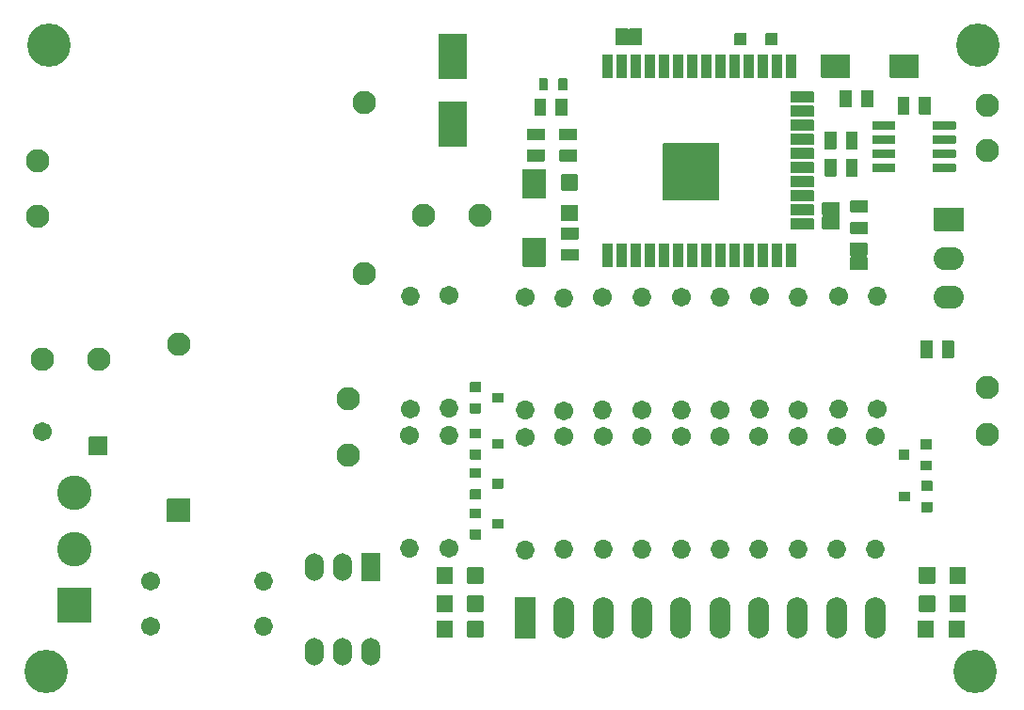
<source format=gbr>
G04 #@! TF.GenerationSoftware,KiCad,Pcbnew,(5.99.0-1678-g980aefea4-dirty)*
G04 #@! TF.CreationDate,2020-06-13T12:10:46+02:00*
G04 #@! TF.ProjectId,monitor_ESP32,6d6f6e69-746f-4725-9f45-535033322e6b,rev?*
G04 #@! TF.SameCoordinates,Original*
G04 #@! TF.FileFunction,Soldermask,Top*
G04 #@! TF.FilePolarity,Negative*
%FSLAX46Y46*%
G04 Gerber Fmt 4.6, Leading zero omitted, Abs format (unit mm)*
G04 Created by KiCad (PCBNEW (5.99.0-1678-g980aefea4-dirty)) date 2020-06-13 12:10:46*
%MOMM*%
%LPD*%
G01*
G04 APERTURE LIST*
%ADD10O,1.902000X3.702000*%
%ADD11O,2.702000X2.102000*%
%ADD12C,3.902000*%
%ADD13C,2.102000*%
%ADD14C,1.702000*%
%ADD15O,1.702000X1.702000*%
%ADD16C,3.102000*%
%ADD17O,1.702000X2.502000*%
G04 APERTURE END LIST*
G36*
G01*
X157124000Y-71875000D02*
X157124000Y-70375000D01*
G75*
G02*
X157175000Y-70324000I51000J0D01*
G01*
X158175000Y-70324000D01*
G75*
G02*
X158226000Y-70375000I0J-51000D01*
G01*
X158226000Y-71875000D01*
G75*
G02*
X158175000Y-71926000I-51000J0D01*
G01*
X157175000Y-71926000D01*
G75*
G02*
X157124000Y-71875000I0J51000D01*
G01*
G37*
G36*
G01*
X158424000Y-71875000D02*
X158424000Y-70375000D01*
G75*
G02*
X158475000Y-70324000I51000J0D01*
G01*
X159475000Y-70324000D01*
G75*
G02*
X159526000Y-70375000I0J-51000D01*
G01*
X159526000Y-71875000D01*
G75*
G02*
X159475000Y-71926000I-51000J0D01*
G01*
X158475000Y-71926000D01*
G75*
G02*
X158424000Y-71875000I0J51000D01*
G01*
G37*
D10*
X180514000Y-123428000D03*
X177014000Y-123428000D03*
X173514000Y-123428000D03*
X170014000Y-123428000D03*
X166514000Y-123428000D03*
X163014000Y-123428000D03*
X159514000Y-123428000D03*
X156014000Y-123428000D03*
X152514000Y-123428000D03*
G36*
G01*
X148063000Y-125228000D02*
X148063000Y-121628000D01*
G75*
G02*
X148114000Y-121577000I51000J0D01*
G01*
X149914000Y-121577000D01*
G75*
G02*
X149965000Y-121628000I0J-51000D01*
G01*
X149965000Y-125228000D01*
G75*
G02*
X149914000Y-125279000I-51000J0D01*
G01*
X148114000Y-125279000D01*
G75*
G02*
X148063000Y-125228000I0J51000D01*
G01*
G37*
G36*
G01*
X175639000Y-74775000D02*
X175639000Y-72775000D01*
G75*
G02*
X175690000Y-72724000I51000J0D01*
G01*
X178190000Y-72724000D01*
G75*
G02*
X178241000Y-72775000I0J-51000D01*
G01*
X178241000Y-74775000D01*
G75*
G02*
X178190000Y-74826000I-51000J0D01*
G01*
X175690000Y-74826000D01*
G75*
G02*
X175639000Y-74775000I0J51000D01*
G01*
G37*
G36*
G01*
X181799000Y-74775000D02*
X181799000Y-72775000D01*
G75*
G02*
X181850000Y-72724000I51000J0D01*
G01*
X184350000Y-72724000D01*
G75*
G02*
X184401000Y-72775000I0J-51000D01*
G01*
X184401000Y-74775000D01*
G75*
G02*
X184350000Y-74826000I-51000J0D01*
G01*
X181850000Y-74826000D01*
G75*
G02*
X181799000Y-74775000I0J51000D01*
G01*
G37*
G36*
G01*
X150825000Y-91831000D02*
X148825000Y-91831000D01*
G75*
G02*
X148774000Y-91780000I0J51000D01*
G01*
X148774000Y-89280000D01*
G75*
G02*
X148825000Y-89229000I51000J0D01*
G01*
X150825000Y-89229000D01*
G75*
G02*
X150876000Y-89280000I0J-51000D01*
G01*
X150876000Y-91780000D01*
G75*
G02*
X150825000Y-91831000I-51000J0D01*
G01*
G37*
G36*
G01*
X150825000Y-85671000D02*
X148825000Y-85671000D01*
G75*
G02*
X148774000Y-85620000I0J51000D01*
G01*
X148774000Y-83120000D01*
G75*
G02*
X148825000Y-83069000I51000J0D01*
G01*
X150825000Y-83069000D01*
G75*
G02*
X150876000Y-83120000I0J-51000D01*
G01*
X150876000Y-85620000D01*
G75*
G02*
X150825000Y-85671000I-51000J0D01*
G01*
G37*
G36*
G01*
X185674000Y-79420000D02*
X185674000Y-78820000D01*
G75*
G02*
X185725000Y-78769000I51000J0D01*
G01*
X187725000Y-78769000D01*
G75*
G02*
X187776000Y-78820000I0J-51000D01*
G01*
X187776000Y-79420000D01*
G75*
G02*
X187725000Y-79471000I-51000J0D01*
G01*
X185725000Y-79471000D01*
G75*
G02*
X185674000Y-79420000I0J51000D01*
G01*
G37*
G36*
G01*
X185674000Y-80690000D02*
X185674000Y-80090000D01*
G75*
G02*
X185725000Y-80039000I51000J0D01*
G01*
X187725000Y-80039000D01*
G75*
G02*
X187776000Y-80090000I0J-51000D01*
G01*
X187776000Y-80690000D01*
G75*
G02*
X187725000Y-80741000I-51000J0D01*
G01*
X185725000Y-80741000D01*
G75*
G02*
X185674000Y-80690000I0J51000D01*
G01*
G37*
G36*
G01*
X185674000Y-81960000D02*
X185674000Y-81360000D01*
G75*
G02*
X185725000Y-81309000I51000J0D01*
G01*
X187725000Y-81309000D01*
G75*
G02*
X187776000Y-81360000I0J-51000D01*
G01*
X187776000Y-81960000D01*
G75*
G02*
X187725000Y-82011000I-51000J0D01*
G01*
X185725000Y-82011000D01*
G75*
G02*
X185674000Y-81960000I0J51000D01*
G01*
G37*
G36*
G01*
X185674000Y-83230000D02*
X185674000Y-82630000D01*
G75*
G02*
X185725000Y-82579000I51000J0D01*
G01*
X187725000Y-82579000D01*
G75*
G02*
X187776000Y-82630000I0J-51000D01*
G01*
X187776000Y-83230000D01*
G75*
G02*
X187725000Y-83281000I-51000J0D01*
G01*
X185725000Y-83281000D01*
G75*
G02*
X185674000Y-83230000I0J51000D01*
G01*
G37*
G36*
G01*
X180224000Y-83230000D02*
X180224000Y-82630000D01*
G75*
G02*
X180275000Y-82579000I51000J0D01*
G01*
X182275000Y-82579000D01*
G75*
G02*
X182326000Y-82630000I0J-51000D01*
G01*
X182326000Y-83230000D01*
G75*
G02*
X182275000Y-83281000I-51000J0D01*
G01*
X180275000Y-83281000D01*
G75*
G02*
X180224000Y-83230000I0J51000D01*
G01*
G37*
G36*
G01*
X180224000Y-81960000D02*
X180224000Y-81360000D01*
G75*
G02*
X180275000Y-81309000I51000J0D01*
G01*
X182275000Y-81309000D01*
G75*
G02*
X182326000Y-81360000I0J-51000D01*
G01*
X182326000Y-81960000D01*
G75*
G02*
X182275000Y-82011000I-51000J0D01*
G01*
X180275000Y-82011000D01*
G75*
G02*
X180224000Y-81960000I0J51000D01*
G01*
G37*
G36*
G01*
X180224000Y-80690000D02*
X180224000Y-80090000D01*
G75*
G02*
X180275000Y-80039000I51000J0D01*
G01*
X182275000Y-80039000D01*
G75*
G02*
X182326000Y-80090000I0J-51000D01*
G01*
X182326000Y-80690000D01*
G75*
G02*
X182275000Y-80741000I-51000J0D01*
G01*
X180275000Y-80741000D01*
G75*
G02*
X180224000Y-80690000I0J51000D01*
G01*
G37*
G36*
G01*
X180224000Y-79420000D02*
X180224000Y-78820000D01*
G75*
G02*
X180275000Y-78769000I51000J0D01*
G01*
X182275000Y-78769000D01*
G75*
G02*
X182326000Y-78820000I0J-51000D01*
G01*
X182326000Y-79420000D01*
G75*
G02*
X182275000Y-79471000I-51000J0D01*
G01*
X180275000Y-79471000D01*
G75*
G02*
X180224000Y-79420000I0J51000D01*
G01*
G37*
G36*
G01*
X185676000Y-98525000D02*
X185676000Y-100025000D01*
G75*
G02*
X185625000Y-100076000I-51000J0D01*
G01*
X184655000Y-100076000D01*
G75*
G02*
X184604000Y-100025000I0J51000D01*
G01*
X184604000Y-98525000D01*
G75*
G02*
X184655000Y-98474000I51000J0D01*
G01*
X185625000Y-98474000D01*
G75*
G02*
X185676000Y-98525000I0J-51000D01*
G01*
G37*
G36*
G01*
X187586000Y-98525000D02*
X187586000Y-100025000D01*
G75*
G02*
X187535000Y-100076000I-51000J0D01*
G01*
X186565000Y-100076000D01*
G75*
G02*
X186514000Y-100025000I0J51000D01*
G01*
X186514000Y-98525000D01*
G75*
G02*
X186565000Y-98474000I51000J0D01*
G01*
X187535000Y-98474000D01*
G75*
G02*
X187586000Y-98525000I0J-51000D01*
G01*
G37*
D11*
X187125000Y-94575000D03*
X187125000Y-91075000D03*
G36*
G01*
X185825000Y-86524000D02*
X188425000Y-86524000D01*
G75*
G02*
X188476000Y-86575000I0J-51000D01*
G01*
X188476000Y-88575000D01*
G75*
G02*
X188425000Y-88626000I-51000J0D01*
G01*
X185825000Y-88626000D01*
G75*
G02*
X185774000Y-88575000I0J51000D01*
G01*
X185774000Y-86575000D01*
G75*
G02*
X185825000Y-86524000I51000J0D01*
G01*
G37*
G36*
G01*
X141244000Y-70845000D02*
X143744000Y-70845000D01*
G75*
G02*
X143795000Y-70896000I0J-51000D01*
G01*
X143795000Y-74896000D01*
G75*
G02*
X143744000Y-74947000I-51000J0D01*
G01*
X141244000Y-74947000D01*
G75*
G02*
X141193000Y-74896000I0J51000D01*
G01*
X141193000Y-70896000D01*
G75*
G02*
X141244000Y-70845000I51000J0D01*
G01*
G37*
G36*
G01*
X141244000Y-76945000D02*
X143744000Y-76945000D01*
G75*
G02*
X143795000Y-76996000I0J-51000D01*
G01*
X143795000Y-80996000D01*
G75*
G02*
X143744000Y-81047000I-51000J0D01*
G01*
X141244000Y-81047000D01*
G75*
G02*
X141193000Y-80996000I0J51000D01*
G01*
X141193000Y-76996000D01*
G75*
G02*
X141244000Y-76945000I51000J0D01*
G01*
G37*
G36*
G01*
X170645000Y-71874000D02*
X170645000Y-70874000D01*
G75*
G02*
X170696000Y-70823000I51000J0D01*
G01*
X171696000Y-70823000D01*
G75*
G02*
X171747000Y-70874000I0J-51000D01*
G01*
X171747000Y-71874000D01*
G75*
G02*
X171696000Y-71925000I-51000J0D01*
G01*
X170696000Y-71925000D01*
G75*
G02*
X170645000Y-71874000I0J51000D01*
G01*
G37*
G36*
G01*
X167851000Y-71874000D02*
X167851000Y-70874000D01*
G75*
G02*
X167902000Y-70823000I51000J0D01*
G01*
X168902000Y-70823000D01*
G75*
G02*
X168953000Y-70874000I0J-51000D01*
G01*
X168953000Y-71874000D01*
G75*
G02*
X168902000Y-71925000I-51000J0D01*
G01*
X167902000Y-71925000D01*
G75*
G02*
X167851000Y-71874000I0J51000D01*
G01*
G37*
G36*
G01*
X177280000Y-88465000D02*
X175780000Y-88465000D01*
G75*
G02*
X175729000Y-88414000I0J51000D01*
G01*
X175729000Y-87414000D01*
G75*
G02*
X175780000Y-87363000I51000J0D01*
G01*
X177280000Y-87363000D01*
G75*
G02*
X177331000Y-87414000I0J-51000D01*
G01*
X177331000Y-88414000D01*
G75*
G02*
X177280000Y-88465000I-51000J0D01*
G01*
G37*
G36*
G01*
X177280000Y-87165000D02*
X175780000Y-87165000D01*
G75*
G02*
X175729000Y-87114000I0J51000D01*
G01*
X175729000Y-86114000D01*
G75*
G02*
X175780000Y-86063000I51000J0D01*
G01*
X177280000Y-86063000D01*
G75*
G02*
X177331000Y-86114000I0J-51000D01*
G01*
X177331000Y-87114000D01*
G75*
G02*
X177280000Y-87165000I-51000J0D01*
G01*
G37*
D12*
X189484000Y-128270000D03*
X189738000Y-71882000D03*
X105918000Y-128270000D03*
X106172000Y-71882000D03*
D13*
X190550000Y-106900000D03*
D14*
X105614000Y-106678000D03*
G36*
G01*
X111465000Y-107178000D02*
X111465000Y-108778000D01*
G75*
G02*
X111414000Y-108829000I-51000J0D01*
G01*
X109814000Y-108829000D01*
G75*
G02*
X109763000Y-108778000I0J51000D01*
G01*
X109763000Y-107178000D01*
G75*
G02*
X109814000Y-107127000I51000J0D01*
G01*
X111414000Y-107127000D01*
G75*
G02*
X111465000Y-107178000I0J-51000D01*
G01*
G37*
G36*
G01*
X150904000Y-76720000D02*
X150904000Y-78220000D01*
G75*
G02*
X150853000Y-78271000I-51000J0D01*
G01*
X149883000Y-78271000D01*
G75*
G02*
X149832000Y-78220000I0J51000D01*
G01*
X149832000Y-76720000D01*
G75*
G02*
X149883000Y-76669000I51000J0D01*
G01*
X150853000Y-76669000D01*
G75*
G02*
X150904000Y-76720000I0J-51000D01*
G01*
G37*
G36*
G01*
X152814000Y-76720000D02*
X152814000Y-78220000D01*
G75*
G02*
X152763000Y-78271000I-51000J0D01*
G01*
X151793000Y-78271000D01*
G75*
G02*
X151742000Y-78220000I0J51000D01*
G01*
X151742000Y-76720000D01*
G75*
G02*
X151793000Y-76669000I51000J0D01*
G01*
X152763000Y-76669000D01*
G75*
G02*
X152814000Y-76720000I0J-51000D01*
G01*
G37*
G36*
G01*
X179820000Y-86957000D02*
X178320000Y-86957000D01*
G75*
G02*
X178269000Y-86906000I0J51000D01*
G01*
X178269000Y-85936000D01*
G75*
G02*
X178320000Y-85885000I51000J0D01*
G01*
X179820000Y-85885000D01*
G75*
G02*
X179871000Y-85936000I0J-51000D01*
G01*
X179871000Y-86906000D01*
G75*
G02*
X179820000Y-86957000I-51000J0D01*
G01*
G37*
G36*
G01*
X179820000Y-88867000D02*
X178320000Y-88867000D01*
G75*
G02*
X178269000Y-88816000I0J51000D01*
G01*
X178269000Y-87846000D01*
G75*
G02*
X178320000Y-87795000I51000J0D01*
G01*
X179820000Y-87795000D01*
G75*
G02*
X179871000Y-87846000I0J-51000D01*
G01*
X179871000Y-88816000D01*
G75*
G02*
X179820000Y-88867000I-51000J0D01*
G01*
G37*
G36*
G01*
X177011000Y-79725000D02*
X177011000Y-81225000D01*
G75*
G02*
X176960000Y-81276000I-51000J0D01*
G01*
X175990000Y-81276000D01*
G75*
G02*
X175939000Y-81225000I0J51000D01*
G01*
X175939000Y-79725000D01*
G75*
G02*
X175990000Y-79674000I51000J0D01*
G01*
X176960000Y-79674000D01*
G75*
G02*
X177011000Y-79725000I0J-51000D01*
G01*
G37*
G36*
G01*
X178921000Y-79725000D02*
X178921000Y-81225000D01*
G75*
G02*
X178870000Y-81276000I-51000J0D01*
G01*
X177900000Y-81276000D01*
G75*
G02*
X177849000Y-81225000I0J51000D01*
G01*
X177849000Y-79725000D01*
G75*
G02*
X177900000Y-79674000I51000J0D01*
G01*
X178870000Y-79674000D01*
G75*
G02*
X178921000Y-79725000I0J-51000D01*
G01*
G37*
G36*
G01*
X177031000Y-82150000D02*
X177031000Y-83650000D01*
G75*
G02*
X176980000Y-83701000I-51000J0D01*
G01*
X176010000Y-83701000D01*
G75*
G02*
X175959000Y-83650000I0J51000D01*
G01*
X175959000Y-82150000D01*
G75*
G02*
X176010000Y-82099000I51000J0D01*
G01*
X176980000Y-82099000D01*
G75*
G02*
X177031000Y-82150000I0J-51000D01*
G01*
G37*
G36*
G01*
X178941000Y-82150000D02*
X178941000Y-83650000D01*
G75*
G02*
X178890000Y-83701000I-51000J0D01*
G01*
X177920000Y-83701000D01*
G75*
G02*
X177869000Y-83650000I0J51000D01*
G01*
X177869000Y-82150000D01*
G75*
G02*
X177920000Y-82099000I51000J0D01*
G01*
X178890000Y-82099000D01*
G75*
G02*
X178941000Y-82150000I0J-51000D01*
G01*
G37*
G36*
G01*
X149225000Y-81289000D02*
X150725000Y-81289000D01*
G75*
G02*
X150776000Y-81340000I0J-51000D01*
G01*
X150776000Y-82310000D01*
G75*
G02*
X150725000Y-82361000I-51000J0D01*
G01*
X149225000Y-82361000D01*
G75*
G02*
X149174000Y-82310000I0J51000D01*
G01*
X149174000Y-81340000D01*
G75*
G02*
X149225000Y-81289000I51000J0D01*
G01*
G37*
G36*
G01*
X149225000Y-79379000D02*
X150725000Y-79379000D01*
G75*
G02*
X150776000Y-79430000I0J-51000D01*
G01*
X150776000Y-80400000D01*
G75*
G02*
X150725000Y-80451000I-51000J0D01*
G01*
X149225000Y-80451000D01*
G75*
G02*
X149174000Y-80400000I0J51000D01*
G01*
X149174000Y-79430000D01*
G75*
G02*
X149225000Y-79379000I51000J0D01*
G01*
G37*
D15*
X142150000Y-104585000D03*
D14*
X142150000Y-94425000D03*
D15*
X142144000Y-107058000D03*
D14*
X142144000Y-117218000D03*
D15*
X155974000Y-104758000D03*
D14*
X155974000Y-94598000D03*
D15*
X159484000Y-94608000D03*
D14*
X159484000Y-104768000D03*
D15*
X149044000Y-104758000D03*
D14*
X149044000Y-94598000D03*
D15*
X152524000Y-94668000D03*
D14*
X152524000Y-104828000D03*
D15*
X156004000Y-117278000D03*
D14*
X156004000Y-107118000D03*
D15*
X149024000Y-117318000D03*
D14*
X149024000Y-107158000D03*
D15*
X159504000Y-117268000D03*
D14*
X159504000Y-107108000D03*
D15*
X152524000Y-117278000D03*
D14*
X152524000Y-107118000D03*
D15*
X138614000Y-117168000D03*
D14*
X138614000Y-107008000D03*
D15*
X138684000Y-94488000D03*
D14*
X138684000Y-104648000D03*
D15*
X177184000Y-104628000D03*
D14*
X177184000Y-94468000D03*
D15*
X180684000Y-94488000D03*
D14*
X180684000Y-104648000D03*
D15*
X170084000Y-104638000D03*
D14*
X170084000Y-94478000D03*
D15*
X173564000Y-94568000D03*
D14*
X173564000Y-104728000D03*
D15*
X163064000Y-104698000D03*
D14*
X163064000Y-94538000D03*
D15*
X166574000Y-94558000D03*
D14*
X166574000Y-104718000D03*
D15*
X177014000Y-117288000D03*
D14*
X177014000Y-107128000D03*
D15*
X169974000Y-117258000D03*
D14*
X169974000Y-107098000D03*
D15*
X163044000Y-117278000D03*
D14*
X163044000Y-107118000D03*
D15*
X180554000Y-117268000D03*
D14*
X180554000Y-107108000D03*
D15*
X173534000Y-117298000D03*
D14*
X173534000Y-107138000D03*
D15*
X166554000Y-117238000D03*
D14*
X166554000Y-107078000D03*
D15*
X125476000Y-124206000D03*
D14*
X115316000Y-124206000D03*
D15*
X125476000Y-120142000D03*
D14*
X115316000Y-120142000D03*
D13*
X190575000Y-102725000D03*
X190550000Y-77300000D03*
X190625000Y-81375000D03*
G36*
G01*
X179775000Y-92101000D02*
X178275000Y-92101000D01*
G75*
G02*
X178224000Y-92050000I0J51000D01*
G01*
X178224000Y-91050000D01*
G75*
G02*
X178275000Y-90999000I51000J0D01*
G01*
X179775000Y-90999000D01*
G75*
G02*
X179826000Y-91050000I0J-51000D01*
G01*
X179826000Y-92050000D01*
G75*
G02*
X179775000Y-92101000I-51000J0D01*
G01*
G37*
G36*
G01*
X179775000Y-90801000D02*
X178275000Y-90801000D01*
G75*
G02*
X178224000Y-90750000I0J51000D01*
G01*
X178224000Y-89750000D01*
G75*
G02*
X178275000Y-89699000I51000J0D01*
G01*
X179775000Y-89699000D01*
G75*
G02*
X179826000Y-89750000I0J-51000D01*
G01*
X179826000Y-90750000D01*
G75*
G02*
X179775000Y-90801000I-51000J0D01*
G01*
G37*
D16*
X108458000Y-112168000D03*
X108458000Y-117248000D03*
G36*
G01*
X109958000Y-123879000D02*
X106958000Y-123879000D01*
G75*
G02*
X106907000Y-123828000I0J51000D01*
G01*
X106907000Y-120828000D01*
G75*
G02*
X106958000Y-120777000I51000J0D01*
G01*
X109958000Y-120777000D01*
G75*
G02*
X110009000Y-120828000I0J-51000D01*
G01*
X110009000Y-123828000D01*
G75*
G02*
X109958000Y-123879000I-51000J0D01*
G01*
G37*
D13*
X139874000Y-87188000D03*
X144954000Y-87198000D03*
X105614000Y-100128000D03*
X110694000Y-100138000D03*
G36*
G01*
X152014000Y-75938000D02*
X152014000Y-74938000D01*
G75*
G02*
X152065000Y-74887000I51000J0D01*
G01*
X152735000Y-74887000D01*
G75*
G02*
X152786000Y-74938000I0J-51000D01*
G01*
X152786000Y-75938000D01*
G75*
G02*
X152735000Y-75989000I-51000J0D01*
G01*
X152065000Y-75989000D01*
G75*
G02*
X152014000Y-75938000I0J51000D01*
G01*
G37*
G36*
G01*
X150264000Y-75938000D02*
X150264000Y-74938000D01*
G75*
G02*
X150315000Y-74887000I51000J0D01*
G01*
X150985000Y-74887000D01*
G75*
G02*
X151036000Y-74938000I0J-51000D01*
G01*
X151036000Y-75938000D01*
G75*
G02*
X150985000Y-75989000I-51000J0D01*
G01*
X150315000Y-75989000D01*
G75*
G02*
X150264000Y-75938000I0J51000D01*
G01*
G37*
G36*
G01*
X144041000Y-103082000D02*
X144041000Y-102282000D01*
G75*
G02*
X144092000Y-102231000I51000J0D01*
G01*
X144992000Y-102231000D01*
G75*
G02*
X145043000Y-102282000I0J-51000D01*
G01*
X145043000Y-103082000D01*
G75*
G02*
X144992000Y-103133000I-51000J0D01*
G01*
X144092000Y-103133000D01*
G75*
G02*
X144041000Y-103082000I0J51000D01*
G01*
G37*
G36*
G01*
X144041000Y-104982000D02*
X144041000Y-104182000D01*
G75*
G02*
X144092000Y-104131000I51000J0D01*
G01*
X144992000Y-104131000D01*
G75*
G02*
X145043000Y-104182000I0J-51000D01*
G01*
X145043000Y-104982000D01*
G75*
G02*
X144992000Y-105033000I-51000J0D01*
G01*
X144092000Y-105033000D01*
G75*
G02*
X144041000Y-104982000I0J51000D01*
G01*
G37*
G36*
G01*
X146041000Y-104032000D02*
X146041000Y-103232000D01*
G75*
G02*
X146092000Y-103181000I51000J0D01*
G01*
X146992000Y-103181000D01*
G75*
G02*
X147043000Y-103232000I0J-51000D01*
G01*
X147043000Y-104032000D01*
G75*
G02*
X146992000Y-104083000I-51000J0D01*
G01*
X146092000Y-104083000D01*
G75*
G02*
X146041000Y-104032000I0J51000D01*
G01*
G37*
G36*
G01*
X144041000Y-110818000D02*
X144041000Y-110018000D01*
G75*
G02*
X144092000Y-109967000I51000J0D01*
G01*
X144992000Y-109967000D01*
G75*
G02*
X145043000Y-110018000I0J-51000D01*
G01*
X145043000Y-110818000D01*
G75*
G02*
X144992000Y-110869000I-51000J0D01*
G01*
X144092000Y-110869000D01*
G75*
G02*
X144041000Y-110818000I0J51000D01*
G01*
G37*
G36*
G01*
X144041000Y-112718000D02*
X144041000Y-111918000D01*
G75*
G02*
X144092000Y-111867000I51000J0D01*
G01*
X144992000Y-111867000D01*
G75*
G02*
X145043000Y-111918000I0J-51000D01*
G01*
X145043000Y-112718000D01*
G75*
G02*
X144992000Y-112769000I-51000J0D01*
G01*
X144092000Y-112769000D01*
G75*
G02*
X144041000Y-112718000I0J51000D01*
G01*
G37*
G36*
G01*
X146041000Y-111768000D02*
X146041000Y-110968000D01*
G75*
G02*
X146092000Y-110917000I51000J0D01*
G01*
X146992000Y-110917000D01*
G75*
G02*
X147043000Y-110968000I0J-51000D01*
G01*
X147043000Y-111768000D01*
G75*
G02*
X146992000Y-111819000I-51000J0D01*
G01*
X146092000Y-111819000D01*
G75*
G02*
X146041000Y-111768000I0J51000D01*
G01*
G37*
G36*
G01*
X144041000Y-107248000D02*
X144041000Y-106448000D01*
G75*
G02*
X144092000Y-106397000I51000J0D01*
G01*
X144992000Y-106397000D01*
G75*
G02*
X145043000Y-106448000I0J-51000D01*
G01*
X145043000Y-107248000D01*
G75*
G02*
X144992000Y-107299000I-51000J0D01*
G01*
X144092000Y-107299000D01*
G75*
G02*
X144041000Y-107248000I0J51000D01*
G01*
G37*
G36*
G01*
X144041000Y-109148000D02*
X144041000Y-108348000D01*
G75*
G02*
X144092000Y-108297000I51000J0D01*
G01*
X144992000Y-108297000D01*
G75*
G02*
X145043000Y-108348000I0J-51000D01*
G01*
X145043000Y-109148000D01*
G75*
G02*
X144992000Y-109199000I-51000J0D01*
G01*
X144092000Y-109199000D01*
G75*
G02*
X144041000Y-109148000I0J51000D01*
G01*
G37*
G36*
G01*
X146041000Y-108198000D02*
X146041000Y-107398000D01*
G75*
G02*
X146092000Y-107347000I51000J0D01*
G01*
X146992000Y-107347000D01*
G75*
G02*
X147043000Y-107398000I0J-51000D01*
G01*
X147043000Y-108198000D01*
G75*
G02*
X146992000Y-108249000I-51000J0D01*
G01*
X146092000Y-108249000D01*
G75*
G02*
X146041000Y-108198000I0J51000D01*
G01*
G37*
G36*
G01*
X185595000Y-109328000D02*
X185595000Y-110128000D01*
G75*
G02*
X185544000Y-110179000I-51000J0D01*
G01*
X184644000Y-110179000D01*
G75*
G02*
X184593000Y-110128000I0J51000D01*
G01*
X184593000Y-109328000D01*
G75*
G02*
X184644000Y-109277000I51000J0D01*
G01*
X185544000Y-109277000D01*
G75*
G02*
X185595000Y-109328000I0J-51000D01*
G01*
G37*
G36*
G01*
X185595000Y-107428000D02*
X185595000Y-108228000D01*
G75*
G02*
X185544000Y-108279000I-51000J0D01*
G01*
X184644000Y-108279000D01*
G75*
G02*
X184593000Y-108228000I0J51000D01*
G01*
X184593000Y-107428000D01*
G75*
G02*
X184644000Y-107377000I51000J0D01*
G01*
X185544000Y-107377000D01*
G75*
G02*
X185595000Y-107428000I0J-51000D01*
G01*
G37*
G36*
G01*
X183595000Y-108378000D02*
X183595000Y-109178000D01*
G75*
G02*
X183544000Y-109229000I-51000J0D01*
G01*
X182644000Y-109229000D01*
G75*
G02*
X182593000Y-109178000I0J51000D01*
G01*
X182593000Y-108378000D01*
G75*
G02*
X182644000Y-108327000I51000J0D01*
G01*
X183544000Y-108327000D01*
G75*
G02*
X183595000Y-108378000I0J-51000D01*
G01*
G37*
G36*
G01*
X185651000Y-113072000D02*
X185651000Y-113872000D01*
G75*
G02*
X185600000Y-113923000I-51000J0D01*
G01*
X184700000Y-113923000D01*
G75*
G02*
X184649000Y-113872000I0J51000D01*
G01*
X184649000Y-113072000D01*
G75*
G02*
X184700000Y-113021000I51000J0D01*
G01*
X185600000Y-113021000D01*
G75*
G02*
X185651000Y-113072000I0J-51000D01*
G01*
G37*
G36*
G01*
X185651000Y-111172000D02*
X185651000Y-111972000D01*
G75*
G02*
X185600000Y-112023000I-51000J0D01*
G01*
X184700000Y-112023000D01*
G75*
G02*
X184649000Y-111972000I0J51000D01*
G01*
X184649000Y-111172000D01*
G75*
G02*
X184700000Y-111121000I51000J0D01*
G01*
X185600000Y-111121000D01*
G75*
G02*
X185651000Y-111172000I0J-51000D01*
G01*
G37*
G36*
G01*
X183651000Y-112122000D02*
X183651000Y-112922000D01*
G75*
G02*
X183600000Y-112973000I-51000J0D01*
G01*
X182700000Y-112973000D01*
G75*
G02*
X182649000Y-112922000I0J51000D01*
G01*
X182649000Y-112122000D01*
G75*
G02*
X182700000Y-112071000I51000J0D01*
G01*
X183600000Y-112071000D01*
G75*
G02*
X183651000Y-112122000I0J-51000D01*
G01*
G37*
G36*
G01*
X144041000Y-114438000D02*
X144041000Y-113638000D01*
G75*
G02*
X144092000Y-113587000I51000J0D01*
G01*
X144992000Y-113587000D01*
G75*
G02*
X145043000Y-113638000I0J-51000D01*
G01*
X145043000Y-114438000D01*
G75*
G02*
X144992000Y-114489000I-51000J0D01*
G01*
X144092000Y-114489000D01*
G75*
G02*
X144041000Y-114438000I0J51000D01*
G01*
G37*
G36*
G01*
X144041000Y-116338000D02*
X144041000Y-115538000D01*
G75*
G02*
X144092000Y-115487000I51000J0D01*
G01*
X144992000Y-115487000D01*
G75*
G02*
X145043000Y-115538000I0J-51000D01*
G01*
X145043000Y-116338000D01*
G75*
G02*
X144992000Y-116389000I-51000J0D01*
G01*
X144092000Y-116389000D01*
G75*
G02*
X144041000Y-116338000I0J51000D01*
G01*
G37*
G36*
G01*
X146041000Y-115388000D02*
X146041000Y-114588000D01*
G75*
G02*
X146092000Y-114537000I51000J0D01*
G01*
X146992000Y-114537000D01*
G75*
G02*
X147043000Y-114588000I0J-51000D01*
G01*
X147043000Y-115388000D01*
G75*
G02*
X146992000Y-115439000I-51000J0D01*
G01*
X146092000Y-115439000D01*
G75*
G02*
X146041000Y-115388000I0J51000D01*
G01*
G37*
G36*
G01*
X183601000Y-76575000D02*
X183601000Y-78075000D01*
G75*
G02*
X183550000Y-78126000I-51000J0D01*
G01*
X182580000Y-78126000D01*
G75*
G02*
X182529000Y-78075000I0J51000D01*
G01*
X182529000Y-76575000D01*
G75*
G02*
X182580000Y-76524000I51000J0D01*
G01*
X183550000Y-76524000D01*
G75*
G02*
X183601000Y-76575000I0J-51000D01*
G01*
G37*
G36*
G01*
X185511000Y-76575000D02*
X185511000Y-78075000D01*
G75*
G02*
X185460000Y-78126000I-51000J0D01*
G01*
X184490000Y-78126000D01*
G75*
G02*
X184439000Y-78075000I0J51000D01*
G01*
X184439000Y-76575000D01*
G75*
G02*
X184490000Y-76524000I51000J0D01*
G01*
X185460000Y-76524000D01*
G75*
G02*
X185511000Y-76575000I0J-51000D01*
G01*
G37*
G36*
G01*
X178397000Y-75958000D02*
X178397000Y-77458000D01*
G75*
G02*
X178346000Y-77509000I-51000J0D01*
G01*
X177376000Y-77509000D01*
G75*
G02*
X177325000Y-77458000I0J51000D01*
G01*
X177325000Y-75958000D01*
G75*
G02*
X177376000Y-75907000I51000J0D01*
G01*
X178346000Y-75907000D01*
G75*
G02*
X178397000Y-75958000I0J-51000D01*
G01*
G37*
G36*
G01*
X180307000Y-75958000D02*
X180307000Y-77458000D01*
G75*
G02*
X180256000Y-77509000I-51000J0D01*
G01*
X179286000Y-77509000D01*
G75*
G02*
X179235000Y-77458000I0J51000D01*
G01*
X179235000Y-75958000D01*
G75*
G02*
X179286000Y-75907000I51000J0D01*
G01*
X180256000Y-75907000D01*
G75*
G02*
X180307000Y-75958000I0J-51000D01*
G01*
G37*
G36*
G01*
X153650000Y-80456000D02*
X152150000Y-80456000D01*
G75*
G02*
X152099000Y-80405000I0J51000D01*
G01*
X152099000Y-79435000D01*
G75*
G02*
X152150000Y-79384000I51000J0D01*
G01*
X153650000Y-79384000D01*
G75*
G02*
X153701000Y-79435000I0J-51000D01*
G01*
X153701000Y-80405000D01*
G75*
G02*
X153650000Y-80456000I-51000J0D01*
G01*
G37*
G36*
G01*
X153650000Y-82366000D02*
X152150000Y-82366000D01*
G75*
G02*
X152099000Y-82315000I0J51000D01*
G01*
X152099000Y-81345000D01*
G75*
G02*
X152150000Y-81294000I51000J0D01*
G01*
X153650000Y-81294000D01*
G75*
G02*
X153701000Y-81345000I0J-51000D01*
G01*
X153701000Y-82315000D01*
G75*
G02*
X153650000Y-82366000I-51000J0D01*
G01*
G37*
G36*
G01*
X143795000Y-120334000D02*
X143795000Y-118934000D01*
G75*
G02*
X143846000Y-118883000I51000J0D01*
G01*
X145206000Y-118883000D01*
G75*
G02*
X145257000Y-118934000I0J-51000D01*
G01*
X145257000Y-120334000D01*
G75*
G02*
X145206000Y-120385000I-51000J0D01*
G01*
X143846000Y-120385000D01*
G75*
G02*
X143795000Y-120334000I0J51000D01*
G01*
G37*
G36*
G01*
X141035000Y-120334000D02*
X141035000Y-118934000D01*
G75*
G02*
X141086000Y-118883000I51000J0D01*
G01*
X142446000Y-118883000D01*
G75*
G02*
X142497000Y-118934000I0J-51000D01*
G01*
X142497000Y-120334000D01*
G75*
G02*
X142446000Y-120385000I-51000J0D01*
G01*
X141086000Y-120385000D01*
G75*
G02*
X141035000Y-120334000I0J51000D01*
G01*
G37*
G36*
G01*
X142497000Y-123760000D02*
X142497000Y-125160000D01*
G75*
G02*
X142446000Y-125211000I-51000J0D01*
G01*
X141086000Y-125211000D01*
G75*
G02*
X141035000Y-125160000I0J51000D01*
G01*
X141035000Y-123760000D01*
G75*
G02*
X141086000Y-123709000I51000J0D01*
G01*
X142446000Y-123709000D01*
G75*
G02*
X142497000Y-123760000I0J-51000D01*
G01*
G37*
G36*
G01*
X145257000Y-123760000D02*
X145257000Y-125160000D01*
G75*
G02*
X145206000Y-125211000I-51000J0D01*
G01*
X143846000Y-125211000D01*
G75*
G02*
X143795000Y-125160000I0J51000D01*
G01*
X143795000Y-123760000D01*
G75*
G02*
X143846000Y-123709000I51000J0D01*
G01*
X145206000Y-123709000D01*
G75*
G02*
X145257000Y-123760000I0J-51000D01*
G01*
G37*
G36*
G01*
X142497000Y-121474000D02*
X142497000Y-122874000D01*
G75*
G02*
X142446000Y-122925000I-51000J0D01*
G01*
X141086000Y-122925000D01*
G75*
G02*
X141035000Y-122874000I0J51000D01*
G01*
X141035000Y-121474000D01*
G75*
G02*
X141086000Y-121423000I51000J0D01*
G01*
X142446000Y-121423000D01*
G75*
G02*
X142497000Y-121474000I0J-51000D01*
G01*
G37*
G36*
G01*
X145257000Y-121474000D02*
X145257000Y-122874000D01*
G75*
G02*
X145206000Y-122925000I-51000J0D01*
G01*
X143846000Y-122925000D01*
G75*
G02*
X143795000Y-122874000I0J51000D01*
G01*
X143795000Y-121474000D01*
G75*
G02*
X143846000Y-121423000I51000J0D01*
G01*
X145206000Y-121423000D01*
G75*
G02*
X145257000Y-121474000I0J-51000D01*
G01*
G37*
G36*
G01*
X187085000Y-125160000D02*
X187085000Y-123760000D01*
G75*
G02*
X187136000Y-123709000I51000J0D01*
G01*
X188496000Y-123709000D01*
G75*
G02*
X188547000Y-123760000I0J-51000D01*
G01*
X188547000Y-125160000D01*
G75*
G02*
X188496000Y-125211000I-51000J0D01*
G01*
X187136000Y-125211000D01*
G75*
G02*
X187085000Y-125160000I0J51000D01*
G01*
G37*
G36*
G01*
X184325000Y-125160000D02*
X184325000Y-123760000D01*
G75*
G02*
X184376000Y-123709000I51000J0D01*
G01*
X185736000Y-123709000D01*
G75*
G02*
X185787000Y-123760000I0J-51000D01*
G01*
X185787000Y-125160000D01*
G75*
G02*
X185736000Y-125211000I-51000J0D01*
G01*
X184376000Y-125211000D01*
G75*
G02*
X184325000Y-125160000I0J51000D01*
G01*
G37*
G36*
G01*
X187195000Y-122874000D02*
X187195000Y-121474000D01*
G75*
G02*
X187246000Y-121423000I51000J0D01*
G01*
X188606000Y-121423000D01*
G75*
G02*
X188657000Y-121474000I0J-51000D01*
G01*
X188657000Y-122874000D01*
G75*
G02*
X188606000Y-122925000I-51000J0D01*
G01*
X187246000Y-122925000D01*
G75*
G02*
X187195000Y-122874000I0J51000D01*
G01*
G37*
G36*
G01*
X184435000Y-122874000D02*
X184435000Y-121474000D01*
G75*
G02*
X184486000Y-121423000I51000J0D01*
G01*
X185846000Y-121423000D01*
G75*
G02*
X185897000Y-121474000I0J-51000D01*
G01*
X185897000Y-122874000D01*
G75*
G02*
X185846000Y-122925000I-51000J0D01*
G01*
X184486000Y-122925000D01*
G75*
G02*
X184435000Y-122874000I0J51000D01*
G01*
G37*
G36*
G01*
X187199000Y-120325000D02*
X187199000Y-118925000D01*
G75*
G02*
X187250000Y-118874000I51000J0D01*
G01*
X188610000Y-118874000D01*
G75*
G02*
X188661000Y-118925000I0J-51000D01*
G01*
X188661000Y-120325000D01*
G75*
G02*
X188610000Y-120376000I-51000J0D01*
G01*
X187250000Y-120376000D01*
G75*
G02*
X187199000Y-120325000I0J51000D01*
G01*
G37*
G36*
G01*
X184439000Y-120325000D02*
X184439000Y-118925000D01*
G75*
G02*
X184490000Y-118874000I51000J0D01*
G01*
X185850000Y-118874000D01*
G75*
G02*
X185901000Y-118925000I0J-51000D01*
G01*
X185901000Y-120325000D01*
G75*
G02*
X185850000Y-120376000I-51000J0D01*
G01*
X184490000Y-120376000D01*
G75*
G02*
X184439000Y-120325000I0J51000D01*
G01*
G37*
G36*
G01*
X153775000Y-89381000D02*
X152275000Y-89381000D01*
G75*
G02*
X152224000Y-89330000I0J51000D01*
G01*
X152224000Y-88360000D01*
G75*
G02*
X152275000Y-88309000I51000J0D01*
G01*
X153775000Y-88309000D01*
G75*
G02*
X153826000Y-88360000I0J-51000D01*
G01*
X153826000Y-89330000D01*
G75*
G02*
X153775000Y-89381000I-51000J0D01*
G01*
G37*
G36*
G01*
X153775000Y-91291000D02*
X152275000Y-91291000D01*
G75*
G02*
X152224000Y-91240000I0J51000D01*
G01*
X152224000Y-90270000D01*
G75*
G02*
X152275000Y-90219000I51000J0D01*
G01*
X153775000Y-90219000D01*
G75*
G02*
X153826000Y-90270000I0J-51000D01*
G01*
X153826000Y-91240000D01*
G75*
G02*
X153775000Y-91291000I-51000J0D01*
G01*
G37*
G36*
G01*
X153700000Y-84981000D02*
X152300000Y-84981000D01*
G75*
G02*
X152249000Y-84930000I0J51000D01*
G01*
X152249000Y-83570000D01*
G75*
G02*
X152300000Y-83519000I51000J0D01*
G01*
X153700000Y-83519000D01*
G75*
G02*
X153751000Y-83570000I0J-51000D01*
G01*
X153751000Y-84930000D01*
G75*
G02*
X153700000Y-84981000I-51000J0D01*
G01*
G37*
G36*
G01*
X153700000Y-87741000D02*
X152300000Y-87741000D01*
G75*
G02*
X152249000Y-87690000I0J51000D01*
G01*
X152249000Y-86330000D01*
G75*
G02*
X152300000Y-86279000I51000J0D01*
G01*
X153700000Y-86279000D01*
G75*
G02*
X153751000Y-86330000I0J-51000D01*
G01*
X153751000Y-87690000D01*
G75*
G02*
X153700000Y-87741000I-51000J0D01*
G01*
G37*
X105124000Y-82278000D03*
X105124000Y-87278000D03*
X134524000Y-77078000D03*
X134524000Y-92478000D03*
D17*
X135128000Y-126492000D03*
X130048000Y-118872000D03*
X132588000Y-126492000D03*
X132588000Y-118872000D03*
X130048000Y-126492000D03*
G36*
G01*
X134328000Y-117621000D02*
X135928000Y-117621000D01*
G75*
G02*
X135979000Y-117672000I0J-51000D01*
G01*
X135979000Y-120072000D01*
G75*
G02*
X135928000Y-120123000I-51000J0D01*
G01*
X134328000Y-120123000D01*
G75*
G02*
X134277000Y-120072000I0J51000D01*
G01*
X134277000Y-117672000D01*
G75*
G02*
X134328000Y-117621000I51000J0D01*
G01*
G37*
D13*
X117828000Y-98828800D03*
X133118800Y-103705600D03*
X133118800Y-108836400D03*
G36*
G01*
X116777000Y-114764000D02*
X116777000Y-112764000D01*
G75*
G02*
X116828000Y-112713000I51000J0D01*
G01*
X118828000Y-112713000D01*
G75*
G02*
X118879000Y-112764000I0J-51000D01*
G01*
X118879000Y-114764000D01*
G75*
G02*
X118828000Y-114815000I-51000J0D01*
G01*
X116828000Y-114815000D01*
G75*
G02*
X116777000Y-114764000I0J51000D01*
G01*
G37*
G36*
G01*
X156879000Y-74829000D02*
X155979000Y-74829000D01*
G75*
G02*
X155928000Y-74778000I0J51000D01*
G01*
X155928000Y-72778000D01*
G75*
G02*
X155979000Y-72727000I51000J0D01*
G01*
X156879000Y-72727000D01*
G75*
G02*
X156930000Y-72778000I0J-51000D01*
G01*
X156930000Y-74778000D01*
G75*
G02*
X156879000Y-74829000I-51000J0D01*
G01*
G37*
G36*
G01*
X158149000Y-74829000D02*
X157249000Y-74829000D01*
G75*
G02*
X157198000Y-74778000I0J51000D01*
G01*
X157198000Y-72778000D01*
G75*
G02*
X157249000Y-72727000I51000J0D01*
G01*
X158149000Y-72727000D01*
G75*
G02*
X158200000Y-72778000I0J-51000D01*
G01*
X158200000Y-74778000D01*
G75*
G02*
X158149000Y-74829000I-51000J0D01*
G01*
G37*
G36*
G01*
X159419000Y-74829000D02*
X158519000Y-74829000D01*
G75*
G02*
X158468000Y-74778000I0J51000D01*
G01*
X158468000Y-72778000D01*
G75*
G02*
X158519000Y-72727000I51000J0D01*
G01*
X159419000Y-72727000D01*
G75*
G02*
X159470000Y-72778000I0J-51000D01*
G01*
X159470000Y-74778000D01*
G75*
G02*
X159419000Y-74829000I-51000J0D01*
G01*
G37*
G36*
G01*
X160689000Y-74829000D02*
X159789000Y-74829000D01*
G75*
G02*
X159738000Y-74778000I0J51000D01*
G01*
X159738000Y-72778000D01*
G75*
G02*
X159789000Y-72727000I51000J0D01*
G01*
X160689000Y-72727000D01*
G75*
G02*
X160740000Y-72778000I0J-51000D01*
G01*
X160740000Y-74778000D01*
G75*
G02*
X160689000Y-74829000I-51000J0D01*
G01*
G37*
G36*
G01*
X161959000Y-74829000D02*
X161059000Y-74829000D01*
G75*
G02*
X161008000Y-74778000I0J51000D01*
G01*
X161008000Y-72778000D01*
G75*
G02*
X161059000Y-72727000I51000J0D01*
G01*
X161959000Y-72727000D01*
G75*
G02*
X162010000Y-72778000I0J-51000D01*
G01*
X162010000Y-74778000D01*
G75*
G02*
X161959000Y-74829000I-51000J0D01*
G01*
G37*
G36*
G01*
X163229000Y-74829000D02*
X162329000Y-74829000D01*
G75*
G02*
X162278000Y-74778000I0J51000D01*
G01*
X162278000Y-72778000D01*
G75*
G02*
X162329000Y-72727000I51000J0D01*
G01*
X163229000Y-72727000D01*
G75*
G02*
X163280000Y-72778000I0J-51000D01*
G01*
X163280000Y-74778000D01*
G75*
G02*
X163229000Y-74829000I-51000J0D01*
G01*
G37*
G36*
G01*
X164499000Y-74829000D02*
X163599000Y-74829000D01*
G75*
G02*
X163548000Y-74778000I0J51000D01*
G01*
X163548000Y-72778000D01*
G75*
G02*
X163599000Y-72727000I51000J0D01*
G01*
X164499000Y-72727000D01*
G75*
G02*
X164550000Y-72778000I0J-51000D01*
G01*
X164550000Y-74778000D01*
G75*
G02*
X164499000Y-74829000I-51000J0D01*
G01*
G37*
G36*
G01*
X165769000Y-74829000D02*
X164869000Y-74829000D01*
G75*
G02*
X164818000Y-74778000I0J51000D01*
G01*
X164818000Y-72778000D01*
G75*
G02*
X164869000Y-72727000I51000J0D01*
G01*
X165769000Y-72727000D01*
G75*
G02*
X165820000Y-72778000I0J-51000D01*
G01*
X165820000Y-74778000D01*
G75*
G02*
X165769000Y-74829000I-51000J0D01*
G01*
G37*
G36*
G01*
X167039000Y-74829000D02*
X166139000Y-74829000D01*
G75*
G02*
X166088000Y-74778000I0J51000D01*
G01*
X166088000Y-72778000D01*
G75*
G02*
X166139000Y-72727000I51000J0D01*
G01*
X167039000Y-72727000D01*
G75*
G02*
X167090000Y-72778000I0J-51000D01*
G01*
X167090000Y-74778000D01*
G75*
G02*
X167039000Y-74829000I-51000J0D01*
G01*
G37*
G36*
G01*
X168309000Y-74829000D02*
X167409000Y-74829000D01*
G75*
G02*
X167358000Y-74778000I0J51000D01*
G01*
X167358000Y-72778000D01*
G75*
G02*
X167409000Y-72727000I51000J0D01*
G01*
X168309000Y-72727000D01*
G75*
G02*
X168360000Y-72778000I0J-51000D01*
G01*
X168360000Y-74778000D01*
G75*
G02*
X168309000Y-74829000I-51000J0D01*
G01*
G37*
G36*
G01*
X169579000Y-74829000D02*
X168679000Y-74829000D01*
G75*
G02*
X168628000Y-74778000I0J51000D01*
G01*
X168628000Y-72778000D01*
G75*
G02*
X168679000Y-72727000I51000J0D01*
G01*
X169579000Y-72727000D01*
G75*
G02*
X169630000Y-72778000I0J-51000D01*
G01*
X169630000Y-74778000D01*
G75*
G02*
X169579000Y-74829000I-51000J0D01*
G01*
G37*
G36*
G01*
X170849000Y-74829000D02*
X169949000Y-74829000D01*
G75*
G02*
X169898000Y-74778000I0J51000D01*
G01*
X169898000Y-72778000D01*
G75*
G02*
X169949000Y-72727000I51000J0D01*
G01*
X170849000Y-72727000D01*
G75*
G02*
X170900000Y-72778000I0J-51000D01*
G01*
X170900000Y-74778000D01*
G75*
G02*
X170849000Y-74829000I-51000J0D01*
G01*
G37*
G36*
G01*
X172119000Y-74829000D02*
X171219000Y-74829000D01*
G75*
G02*
X171168000Y-74778000I0J51000D01*
G01*
X171168000Y-72778000D01*
G75*
G02*
X171219000Y-72727000I51000J0D01*
G01*
X172119000Y-72727000D01*
G75*
G02*
X172170000Y-72778000I0J-51000D01*
G01*
X172170000Y-74778000D01*
G75*
G02*
X172119000Y-74829000I-51000J0D01*
G01*
G37*
G36*
G01*
X173389000Y-74829000D02*
X172489000Y-74829000D01*
G75*
G02*
X172438000Y-74778000I0J51000D01*
G01*
X172438000Y-72778000D01*
G75*
G02*
X172489000Y-72727000I51000J0D01*
G01*
X173389000Y-72727000D01*
G75*
G02*
X173440000Y-72778000I0J-51000D01*
G01*
X173440000Y-74778000D01*
G75*
G02*
X173389000Y-74829000I-51000J0D01*
G01*
G37*
G36*
G01*
X174990000Y-76113000D02*
X174990000Y-77013000D01*
G75*
G02*
X174939000Y-77064000I-51000J0D01*
G01*
X172939000Y-77064000D01*
G75*
G02*
X172888000Y-77013000I0J51000D01*
G01*
X172888000Y-76113000D01*
G75*
G02*
X172939000Y-76062000I51000J0D01*
G01*
X174939000Y-76062000D01*
G75*
G02*
X174990000Y-76113000I0J-51000D01*
G01*
G37*
G36*
G01*
X174990000Y-77383000D02*
X174990000Y-78283000D01*
G75*
G02*
X174939000Y-78334000I-51000J0D01*
G01*
X172939000Y-78334000D01*
G75*
G02*
X172888000Y-78283000I0J51000D01*
G01*
X172888000Y-77383000D01*
G75*
G02*
X172939000Y-77332000I51000J0D01*
G01*
X174939000Y-77332000D01*
G75*
G02*
X174990000Y-77383000I0J-51000D01*
G01*
G37*
G36*
G01*
X174990000Y-78653000D02*
X174990000Y-79553000D01*
G75*
G02*
X174939000Y-79604000I-51000J0D01*
G01*
X172939000Y-79604000D01*
G75*
G02*
X172888000Y-79553000I0J51000D01*
G01*
X172888000Y-78653000D01*
G75*
G02*
X172939000Y-78602000I51000J0D01*
G01*
X174939000Y-78602000D01*
G75*
G02*
X174990000Y-78653000I0J-51000D01*
G01*
G37*
G36*
G01*
X174990000Y-79923000D02*
X174990000Y-80823000D01*
G75*
G02*
X174939000Y-80874000I-51000J0D01*
G01*
X172939000Y-80874000D01*
G75*
G02*
X172888000Y-80823000I0J51000D01*
G01*
X172888000Y-79923000D01*
G75*
G02*
X172939000Y-79872000I51000J0D01*
G01*
X174939000Y-79872000D01*
G75*
G02*
X174990000Y-79923000I0J-51000D01*
G01*
G37*
G36*
G01*
X174990000Y-81193000D02*
X174990000Y-82093000D01*
G75*
G02*
X174939000Y-82144000I-51000J0D01*
G01*
X172939000Y-82144000D01*
G75*
G02*
X172888000Y-82093000I0J51000D01*
G01*
X172888000Y-81193000D01*
G75*
G02*
X172939000Y-81142000I51000J0D01*
G01*
X174939000Y-81142000D01*
G75*
G02*
X174990000Y-81193000I0J-51000D01*
G01*
G37*
G36*
G01*
X174990000Y-82463000D02*
X174990000Y-83363000D01*
G75*
G02*
X174939000Y-83414000I-51000J0D01*
G01*
X172939000Y-83414000D01*
G75*
G02*
X172888000Y-83363000I0J51000D01*
G01*
X172888000Y-82463000D01*
G75*
G02*
X172939000Y-82412000I51000J0D01*
G01*
X174939000Y-82412000D01*
G75*
G02*
X174990000Y-82463000I0J-51000D01*
G01*
G37*
G36*
G01*
X174990000Y-83733000D02*
X174990000Y-84633000D01*
G75*
G02*
X174939000Y-84684000I-51000J0D01*
G01*
X172939000Y-84684000D01*
G75*
G02*
X172888000Y-84633000I0J51000D01*
G01*
X172888000Y-83733000D01*
G75*
G02*
X172939000Y-83682000I51000J0D01*
G01*
X174939000Y-83682000D01*
G75*
G02*
X174990000Y-83733000I0J-51000D01*
G01*
G37*
G36*
G01*
X174990000Y-85003000D02*
X174990000Y-85903000D01*
G75*
G02*
X174939000Y-85954000I-51000J0D01*
G01*
X172939000Y-85954000D01*
G75*
G02*
X172888000Y-85903000I0J51000D01*
G01*
X172888000Y-85003000D01*
G75*
G02*
X172939000Y-84952000I51000J0D01*
G01*
X174939000Y-84952000D01*
G75*
G02*
X174990000Y-85003000I0J-51000D01*
G01*
G37*
G36*
G01*
X174990000Y-86273000D02*
X174990000Y-87173000D01*
G75*
G02*
X174939000Y-87224000I-51000J0D01*
G01*
X172939000Y-87224000D01*
G75*
G02*
X172888000Y-87173000I0J51000D01*
G01*
X172888000Y-86273000D01*
G75*
G02*
X172939000Y-86222000I51000J0D01*
G01*
X174939000Y-86222000D01*
G75*
G02*
X174990000Y-86273000I0J-51000D01*
G01*
G37*
G36*
G01*
X172888000Y-88443000D02*
X172888000Y-87543000D01*
G75*
G02*
X172939000Y-87492000I51000J0D01*
G01*
X174939000Y-87492000D01*
G75*
G02*
X174990000Y-87543000I0J-51000D01*
G01*
X174990000Y-88443000D01*
G75*
G02*
X174939000Y-88494000I-51000J0D01*
G01*
X172939000Y-88494000D01*
G75*
G02*
X172888000Y-88443000I0J51000D01*
G01*
G37*
G36*
G01*
X173389000Y-91829000D02*
X172489000Y-91829000D01*
G75*
G02*
X172438000Y-91778000I0J51000D01*
G01*
X172438000Y-89778000D01*
G75*
G02*
X172489000Y-89727000I51000J0D01*
G01*
X173389000Y-89727000D01*
G75*
G02*
X173440000Y-89778000I0J-51000D01*
G01*
X173440000Y-91778000D01*
G75*
G02*
X173389000Y-91829000I-51000J0D01*
G01*
G37*
G36*
G01*
X172119000Y-91829000D02*
X171219000Y-91829000D01*
G75*
G02*
X171168000Y-91778000I0J51000D01*
G01*
X171168000Y-89778000D01*
G75*
G02*
X171219000Y-89727000I51000J0D01*
G01*
X172119000Y-89727000D01*
G75*
G02*
X172170000Y-89778000I0J-51000D01*
G01*
X172170000Y-91778000D01*
G75*
G02*
X172119000Y-91829000I-51000J0D01*
G01*
G37*
G36*
G01*
X170849000Y-91829000D02*
X169949000Y-91829000D01*
G75*
G02*
X169898000Y-91778000I0J51000D01*
G01*
X169898000Y-89778000D01*
G75*
G02*
X169949000Y-89727000I51000J0D01*
G01*
X170849000Y-89727000D01*
G75*
G02*
X170900000Y-89778000I0J-51000D01*
G01*
X170900000Y-91778000D01*
G75*
G02*
X170849000Y-91829000I-51000J0D01*
G01*
G37*
G36*
G01*
X169579000Y-91829000D02*
X168679000Y-91829000D01*
G75*
G02*
X168628000Y-91778000I0J51000D01*
G01*
X168628000Y-89778000D01*
G75*
G02*
X168679000Y-89727000I51000J0D01*
G01*
X169579000Y-89727000D01*
G75*
G02*
X169630000Y-89778000I0J-51000D01*
G01*
X169630000Y-91778000D01*
G75*
G02*
X169579000Y-91829000I-51000J0D01*
G01*
G37*
G36*
G01*
X168309000Y-91829000D02*
X167409000Y-91829000D01*
G75*
G02*
X167358000Y-91778000I0J51000D01*
G01*
X167358000Y-89778000D01*
G75*
G02*
X167409000Y-89727000I51000J0D01*
G01*
X168309000Y-89727000D01*
G75*
G02*
X168360000Y-89778000I0J-51000D01*
G01*
X168360000Y-91778000D01*
G75*
G02*
X168309000Y-91829000I-51000J0D01*
G01*
G37*
G36*
G01*
X167039000Y-91829000D02*
X166139000Y-91829000D01*
G75*
G02*
X166088000Y-91778000I0J51000D01*
G01*
X166088000Y-89778000D01*
G75*
G02*
X166139000Y-89727000I51000J0D01*
G01*
X167039000Y-89727000D01*
G75*
G02*
X167090000Y-89778000I0J-51000D01*
G01*
X167090000Y-91778000D01*
G75*
G02*
X167039000Y-91829000I-51000J0D01*
G01*
G37*
G36*
G01*
X165769000Y-91829000D02*
X164869000Y-91829000D01*
G75*
G02*
X164818000Y-91778000I0J51000D01*
G01*
X164818000Y-89778000D01*
G75*
G02*
X164869000Y-89727000I51000J0D01*
G01*
X165769000Y-89727000D01*
G75*
G02*
X165820000Y-89778000I0J-51000D01*
G01*
X165820000Y-91778000D01*
G75*
G02*
X165769000Y-91829000I-51000J0D01*
G01*
G37*
G36*
G01*
X164499000Y-91829000D02*
X163599000Y-91829000D01*
G75*
G02*
X163548000Y-91778000I0J51000D01*
G01*
X163548000Y-89778000D01*
G75*
G02*
X163599000Y-89727000I51000J0D01*
G01*
X164499000Y-89727000D01*
G75*
G02*
X164550000Y-89778000I0J-51000D01*
G01*
X164550000Y-91778000D01*
G75*
G02*
X164499000Y-91829000I-51000J0D01*
G01*
G37*
G36*
G01*
X163229000Y-91829000D02*
X162329000Y-91829000D01*
G75*
G02*
X162278000Y-91778000I0J51000D01*
G01*
X162278000Y-89778000D01*
G75*
G02*
X162329000Y-89727000I51000J0D01*
G01*
X163229000Y-89727000D01*
G75*
G02*
X163280000Y-89778000I0J-51000D01*
G01*
X163280000Y-91778000D01*
G75*
G02*
X163229000Y-91829000I-51000J0D01*
G01*
G37*
G36*
G01*
X161959000Y-91829000D02*
X161059000Y-91829000D01*
G75*
G02*
X161008000Y-91778000I0J51000D01*
G01*
X161008000Y-89778000D01*
G75*
G02*
X161059000Y-89727000I51000J0D01*
G01*
X161959000Y-89727000D01*
G75*
G02*
X162010000Y-89778000I0J-51000D01*
G01*
X162010000Y-91778000D01*
G75*
G02*
X161959000Y-91829000I-51000J0D01*
G01*
G37*
G36*
G01*
X160689000Y-91829000D02*
X159789000Y-91829000D01*
G75*
G02*
X159738000Y-91778000I0J51000D01*
G01*
X159738000Y-89778000D01*
G75*
G02*
X159789000Y-89727000I51000J0D01*
G01*
X160689000Y-89727000D01*
G75*
G02*
X160740000Y-89778000I0J-51000D01*
G01*
X160740000Y-91778000D01*
G75*
G02*
X160689000Y-91829000I-51000J0D01*
G01*
G37*
G36*
G01*
X159419000Y-91829000D02*
X158519000Y-91829000D01*
G75*
G02*
X158468000Y-91778000I0J51000D01*
G01*
X158468000Y-89778000D01*
G75*
G02*
X158519000Y-89727000I51000J0D01*
G01*
X159419000Y-89727000D01*
G75*
G02*
X159470000Y-89778000I0J-51000D01*
G01*
X159470000Y-91778000D01*
G75*
G02*
X159419000Y-91829000I-51000J0D01*
G01*
G37*
G36*
G01*
X158149000Y-91829000D02*
X157249000Y-91829000D01*
G75*
G02*
X157198000Y-91778000I0J51000D01*
G01*
X157198000Y-89778000D01*
G75*
G02*
X157249000Y-89727000I51000J0D01*
G01*
X158149000Y-89727000D01*
G75*
G02*
X158200000Y-89778000I0J-51000D01*
G01*
X158200000Y-91778000D01*
G75*
G02*
X158149000Y-91829000I-51000J0D01*
G01*
G37*
G36*
G01*
X156879000Y-91829000D02*
X155979000Y-91829000D01*
G75*
G02*
X155928000Y-91778000I0J51000D01*
G01*
X155928000Y-89778000D01*
G75*
G02*
X155979000Y-89727000I51000J0D01*
G01*
X156879000Y-89727000D01*
G75*
G02*
X156930000Y-89778000I0J-51000D01*
G01*
X156930000Y-91778000D01*
G75*
G02*
X156879000Y-91829000I-51000J0D01*
G01*
G37*
G36*
G01*
X166429000Y-85829000D02*
X161429000Y-85829000D01*
G75*
G02*
X161378000Y-85778000I0J51000D01*
G01*
X161378000Y-80778000D01*
G75*
G02*
X161429000Y-80727000I51000J0D01*
G01*
X166429000Y-80727000D01*
G75*
G02*
X166480000Y-80778000I0J-51000D01*
G01*
X166480000Y-85778000D01*
G75*
G02*
X166429000Y-85829000I-51000J0D01*
G01*
G37*
G36*
X179791572Y-90796684D02*
G01*
X179791572Y-90799322D01*
X179750961Y-90845631D01*
X179738547Y-90908041D01*
X179759023Y-90968362D01*
X179791185Y-91000524D01*
X179791703Y-91002456D01*
X179789381Y-91003900D01*
X179774801Y-91001000D01*
X178275199Y-91001000D01*
X178260322Y-91003959D01*
X178258428Y-91003316D01*
X178258428Y-91000678D01*
X178299039Y-90954369D01*
X178311453Y-90891959D01*
X178290977Y-90831638D01*
X178258815Y-90799476D01*
X178258297Y-90797544D01*
X178260619Y-90796100D01*
X178275199Y-90799000D01*
X179774801Y-90799000D01*
X179789678Y-90796041D01*
X179791572Y-90796684D01*
G37*
G36*
X177296572Y-87160684D02*
G01*
X177296572Y-87163322D01*
X177255961Y-87209631D01*
X177243547Y-87272041D01*
X177264023Y-87332362D01*
X177296185Y-87364524D01*
X177296703Y-87366456D01*
X177294381Y-87367900D01*
X177279801Y-87365000D01*
X175780199Y-87365000D01*
X175765322Y-87367959D01*
X175763428Y-87367316D01*
X175763428Y-87364678D01*
X175804039Y-87318369D01*
X175816453Y-87255959D01*
X175795977Y-87195638D01*
X175763815Y-87163476D01*
X175763297Y-87161544D01*
X175765619Y-87160100D01*
X175780199Y-87163000D01*
X177279801Y-87163000D01*
X177294678Y-87160041D01*
X177296572Y-87160684D01*
G37*
G36*
X158428900Y-70360619D02*
G01*
X158426000Y-70375199D01*
X158426000Y-71874801D01*
X158428959Y-71889678D01*
X158428316Y-71891572D01*
X158425678Y-71891572D01*
X158379369Y-71850961D01*
X158316959Y-71838547D01*
X158256638Y-71859023D01*
X158224476Y-71891185D01*
X158222544Y-71891703D01*
X158221100Y-71889381D01*
X158224000Y-71874801D01*
X158224000Y-70375199D01*
X158221041Y-70360322D01*
X158221684Y-70358428D01*
X158224322Y-70358428D01*
X158270631Y-70399039D01*
X158333041Y-70411453D01*
X158393362Y-70390977D01*
X158425524Y-70358815D01*
X158427456Y-70358297D01*
X158428900Y-70360619D01*
G37*
M02*

</source>
